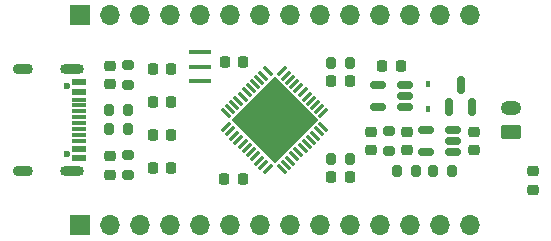
<source format=gts>
%TF.GenerationSoftware,KiCad,Pcbnew,(6.0.0-0)*%
%TF.CreationDate,2023-05-28T12:50:48+10:00*%
%TF.ProjectId,atmega32u4-dev,61746d65-6761-4333-9275-342d6465762e,v1.0.0*%
%TF.SameCoordinates,Original*%
%TF.FileFunction,Soldermask,Top*%
%TF.FilePolarity,Negative*%
%FSLAX46Y46*%
G04 Gerber Fmt 4.6, Leading zero omitted, Abs format (unit mm)*
G04 Created by KiCad (PCBNEW (6.0.0-0)) date 2023-05-28 12:50:48*
%MOMM*%
%LPD*%
G01*
G04 APERTURE LIST*
G04 Aperture macros list*
%AMRoundRect*
0 Rectangle with rounded corners*
0 $1 Rounding radius*
0 $2 $3 $4 $5 $6 $7 $8 $9 X,Y pos of 4 corners*
0 Add a 4 corners polygon primitive as box body*
4,1,4,$2,$3,$4,$5,$6,$7,$8,$9,$2,$3,0*
0 Add four circle primitives for the rounded corners*
1,1,$1+$1,$2,$3*
1,1,$1+$1,$4,$5*
1,1,$1+$1,$6,$7*
1,1,$1+$1,$8,$9*
0 Add four rect primitives between the rounded corners*
20,1,$1+$1,$2,$3,$4,$5,0*
20,1,$1+$1,$4,$5,$6,$7,0*
20,1,$1+$1,$6,$7,$8,$9,0*
20,1,$1+$1,$8,$9,$2,$3,0*%
%AMRotRect*
0 Rectangle, with rotation*
0 The origin of the aperture is its center*
0 $1 length*
0 $2 width*
0 $3 Rotation angle, in degrees counterclockwise*
0 Add horizontal line*
21,1,$1,$2,0,0,$3*%
G04 Aperture macros list end*
%ADD10RoundRect,0.225000X0.250000X-0.225000X0.250000X0.225000X-0.250000X0.225000X-0.250000X-0.225000X0*%
%ADD11RoundRect,0.225000X-0.250000X0.225000X-0.250000X-0.225000X0.250000X-0.225000X0.250000X0.225000X0*%
%ADD12RoundRect,0.218750X-0.218750X-0.256250X0.218750X-0.256250X0.218750X0.256250X-0.218750X0.256250X0*%
%ADD13RoundRect,0.150000X0.150000X-0.587500X0.150000X0.587500X-0.150000X0.587500X-0.150000X-0.587500X0*%
%ADD14RoundRect,0.200000X-0.275000X0.200000X-0.275000X-0.200000X0.275000X-0.200000X0.275000X0.200000X0*%
%ADD15RoundRect,0.200000X0.200000X0.275000X-0.200000X0.275000X-0.200000X-0.275000X0.200000X-0.275000X0*%
%ADD16RoundRect,0.225000X0.225000X0.250000X-0.225000X0.250000X-0.225000X-0.250000X0.225000X-0.250000X0*%
%ADD17RoundRect,0.062500X0.291682X0.380070X-0.380070X-0.291682X-0.291682X-0.380070X0.380070X0.291682X0*%
%ADD18RoundRect,0.062500X-0.291682X0.380070X-0.380070X0.291682X0.291682X-0.380070X0.380070X-0.291682X0*%
%ADD19RotRect,5.200000X5.200000X225.000000*%
%ADD20RoundRect,0.200000X0.275000X-0.200000X0.275000X0.200000X-0.275000X0.200000X-0.275000X-0.200000X0*%
%ADD21RoundRect,0.200000X-0.200000X-0.275000X0.200000X-0.275000X0.200000X0.275000X-0.200000X0.275000X0*%
%ADD22RoundRect,0.250000X0.625000X-0.350000X0.625000X0.350000X-0.625000X0.350000X-0.625000X-0.350000X0*%
%ADD23O,1.750000X1.200000*%
%ADD24RoundRect,0.218750X0.256250X-0.218750X0.256250X0.218750X-0.256250X0.218750X-0.256250X-0.218750X0*%
%ADD25RoundRect,0.150000X0.512500X0.150000X-0.512500X0.150000X-0.512500X-0.150000X0.512500X-0.150000X0*%
%ADD26RoundRect,0.225000X-0.225000X-0.250000X0.225000X-0.250000X0.225000X0.250000X-0.225000X0.250000X0*%
%ADD27R,1.900000X0.400000*%
%ADD28R,0.450000X0.600000*%
%ADD29C,0.600000*%
%ADD30R,1.160000X0.600000*%
%ADD31R,1.160000X0.300000*%
%ADD32O,1.700000X0.900000*%
%ADD33O,2.000000X0.900000*%
%ADD34R,1.700000X1.700000*%
%ADD35O,1.700000X1.700000*%
G04 APERTURE END LIST*
D10*
%TO.C,C5*%
X131191000Y-90183000D03*
X131191000Y-88633000D03*
%TD*%
D11*
%TO.C,C3*%
X125476000Y-88633000D03*
X125476000Y-90183000D03*
%TD*%
D12*
%TO.C,D6*%
X103987500Y-83312000D03*
X105562500Y-83312000D03*
%TD*%
D13*
%TO.C,Q1*%
X129098000Y-86535500D03*
X130998000Y-86535500D03*
X130048000Y-84660500D03*
%TD*%
D14*
%TO.C,R5*%
X101854000Y-90615000D03*
X101854000Y-92265000D03*
%TD*%
D15*
%TO.C,R8*%
X120713000Y-82804000D03*
X119063000Y-82804000D03*
%TD*%
D16*
%TO.C,C10*%
X111595200Y-92608400D03*
X110045200Y-92608400D03*
%TD*%
%TO.C,C9*%
X111646000Y-82677000D03*
X110096000Y-82677000D03*
%TD*%
D17*
%TO.C,U3*%
X118427736Y-87037798D03*
X118074182Y-86684245D03*
X117720629Y-86330691D03*
X117367076Y-85977138D03*
X117013522Y-85623585D03*
X116659969Y-85270031D03*
X116306415Y-84916478D03*
X115952862Y-84562924D03*
X115599309Y-84209371D03*
X115245755Y-83855818D03*
X114892202Y-83502264D03*
D18*
X113707798Y-83502264D03*
X113354245Y-83855818D03*
X113000691Y-84209371D03*
X112647138Y-84562924D03*
X112293585Y-84916478D03*
X111940031Y-85270031D03*
X111586478Y-85623585D03*
X111232924Y-85977138D03*
X110879371Y-86330691D03*
X110525818Y-86684245D03*
X110172264Y-87037798D03*
D17*
X110172264Y-88222202D03*
X110525818Y-88575755D03*
X110879371Y-88929309D03*
X111232924Y-89282862D03*
X111586478Y-89636415D03*
X111940031Y-89989969D03*
X112293585Y-90343522D03*
X112647138Y-90697076D03*
X113000691Y-91050629D03*
X113354245Y-91404182D03*
X113707798Y-91757736D03*
D18*
X114892202Y-91757736D03*
X115245755Y-91404182D03*
X115599309Y-91050629D03*
X115952862Y-90697076D03*
X116306415Y-90343522D03*
X116659969Y-89989969D03*
X117013522Y-89636415D03*
X117367076Y-89282862D03*
X117720629Y-88929309D03*
X118074182Y-88575755D03*
X118427736Y-88222202D03*
D19*
X114300000Y-87630000D03*
%TD*%
D20*
%TO.C,R4*%
X101854000Y-84645000D03*
X101854000Y-82995000D03*
%TD*%
D11*
%TO.C,C2*%
X100330000Y-90678000D03*
X100330000Y-92228000D03*
%TD*%
D21*
%TO.C,R6*%
X100275000Y-86741000D03*
X101925000Y-86741000D03*
%TD*%
D15*
%TO.C,R1*%
X129349000Y-91948000D03*
X127699000Y-91948000D03*
%TD*%
D22*
%TO.C,J1*%
X134329000Y-88630000D03*
D23*
X134329000Y-86630000D03*
%TD*%
D12*
%TO.C,D4*%
X103987500Y-86106000D03*
X105562500Y-86106000D03*
%TD*%
D24*
%TO.C,D1*%
X136144000Y-93497500D03*
X136144000Y-91922500D03*
%TD*%
D16*
%TO.C,C4*%
X124981000Y-83058000D03*
X123431000Y-83058000D03*
%TD*%
D25*
%TO.C,U2*%
X125343500Y-86548000D03*
X125343500Y-85598000D03*
X125343500Y-84648000D03*
X123068500Y-84648000D03*
X123068500Y-86548000D03*
%TD*%
D10*
%TO.C,C1*%
X100330000Y-84595000D03*
X100330000Y-83045000D03*
%TD*%
D25*
%TO.C,U1*%
X129407500Y-90358000D03*
X129407500Y-89408000D03*
X129407500Y-88458000D03*
X127132500Y-88458000D03*
X127132500Y-90358000D03*
%TD*%
D15*
%TO.C,R9*%
X120713000Y-90932000D03*
X119063000Y-90932000D03*
%TD*%
D26*
%TO.C,C7*%
X119113000Y-92456000D03*
X120663000Y-92456000D03*
%TD*%
D27*
%TO.C,Y1*%
X107950000Y-84285000D03*
X107950000Y-83085000D03*
X107950000Y-81885000D03*
%TD*%
D26*
%TO.C,C8*%
X119113000Y-84328000D03*
X120663000Y-84328000D03*
%TD*%
D28*
%TO.C,D2*%
X127254000Y-84548000D03*
X127254000Y-86648000D03*
%TD*%
D12*
%TO.C,D5*%
X103987500Y-88900000D03*
X105562500Y-88900000D03*
%TD*%
D29*
%TO.C,J2*%
X96700000Y-84740000D03*
X96700000Y-90520000D03*
D30*
X97760000Y-84430000D03*
X97760000Y-85230000D03*
D31*
X97760000Y-86380000D03*
X97760000Y-87380000D03*
X97760000Y-87880000D03*
X97760000Y-88880000D03*
D30*
X97760000Y-90030000D03*
X97760000Y-90830000D03*
X97760000Y-90830000D03*
X97760000Y-90030000D03*
D31*
X97760000Y-89380000D03*
X97760000Y-88380000D03*
X97760000Y-86880000D03*
X97760000Y-85880000D03*
D30*
X97760000Y-85230000D03*
X97760000Y-84430000D03*
D32*
X93010000Y-83310000D03*
D33*
X97180000Y-91950000D03*
X97180000Y-83310000D03*
D32*
X93010000Y-91950000D03*
%TD*%
D14*
%TO.C,R3*%
X123952000Y-88583000D03*
X123952000Y-90233000D03*
%TD*%
D21*
%TO.C,R7*%
X100275000Y-88392000D03*
X101925000Y-88392000D03*
%TD*%
D12*
%TO.C,D3*%
X103987500Y-91694000D03*
X105562500Y-91694000D03*
%TD*%
D15*
%TO.C,R2*%
X126301000Y-91948000D03*
X124651000Y-91948000D03*
%TD*%
D11*
%TO.C,C6*%
X122428000Y-88633000D03*
X122428000Y-90183000D03*
%TD*%
D34*
%TO.C,J3*%
X97790000Y-96520000D03*
D35*
X100330000Y-96520000D03*
X102870000Y-96520000D03*
X105410000Y-96520000D03*
X107950000Y-96520000D03*
X110490000Y-96520000D03*
X113030000Y-96520000D03*
X115570000Y-96520000D03*
X118110000Y-96520000D03*
X120650000Y-96520000D03*
X123190000Y-96520000D03*
X125730000Y-96520000D03*
X128270000Y-96520000D03*
X130810000Y-96520000D03*
%TD*%
D34*
%TO.C,J4*%
X97790000Y-78740000D03*
D35*
X100330000Y-78740000D03*
X102870000Y-78740000D03*
X105410000Y-78740000D03*
X107950000Y-78740000D03*
X110490000Y-78740000D03*
X113030000Y-78740000D03*
X115570000Y-78740000D03*
X118110000Y-78740000D03*
X120650000Y-78740000D03*
X123190000Y-78740000D03*
X125730000Y-78740000D03*
X128270000Y-78740000D03*
X130810000Y-78740000D03*
%TD*%
M02*

</source>
